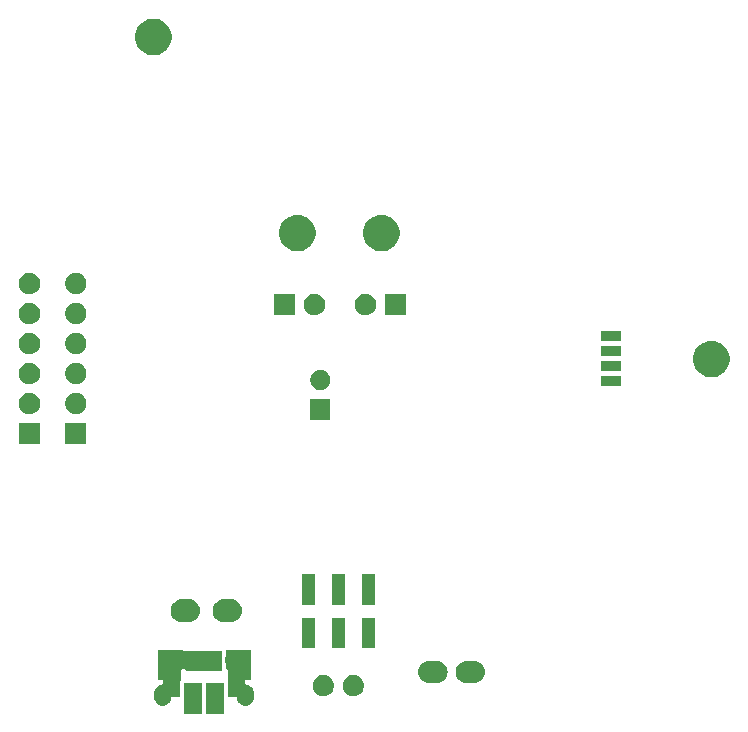
<source format=gts>
G04 #@! TF.GenerationSoftware,KiCad,Pcbnew,(5.1.6)-1*
G04 #@! TF.CreationDate,2021-11-15T16:50:44+01:00*
G04 #@! TF.ProjectId,Power_module_v1,506f7765-725f-46d6-9f64-756c655f7631,rev?*
G04 #@! TF.SameCoordinates,Original*
G04 #@! TF.FileFunction,Soldermask,Top*
G04 #@! TF.FilePolarity,Negative*
%FSLAX46Y46*%
G04 Gerber Fmt 4.6, Leading zero omitted, Abs format (unit mm)*
G04 Created by KiCad (PCBNEW (5.1.6)-1) date 2021-11-15 16:50:44*
%MOMM*%
%LPD*%
G01*
G04 APERTURE LIST*
%ADD10C,0.150000*%
G04 APERTURE END LIST*
D10*
G36*
X112780000Y-108047740D02*
G01*
X111248000Y-108047740D01*
X111248000Y-105445740D01*
X112780000Y-105445740D01*
X112780000Y-108047740D01*
G37*
G36*
X110860000Y-108047740D02*
G01*
X109328000Y-108047740D01*
X109328000Y-105445740D01*
X110860000Y-105445740D01*
X110860000Y-108047740D01*
G37*
G36*
X108751817Y-102684436D02*
G01*
X108771334Y-102690357D01*
X108795367Y-102695138D01*
X108807620Y-102695740D01*
X109305759Y-102695740D01*
X109310553Y-102699674D01*
X109332164Y-102711225D01*
X109355613Y-102718338D01*
X109379999Y-102720740D01*
X112605000Y-102720740D01*
X112605000Y-104472740D01*
X109503000Y-104472740D01*
X109503000Y-104422739D01*
X109500598Y-104398353D01*
X109493485Y-104374904D01*
X109481934Y-104353293D01*
X109466389Y-104334351D01*
X109447447Y-104318806D01*
X109425836Y-104307255D01*
X109402387Y-104300142D01*
X109378001Y-104297740D01*
X109192499Y-104297740D01*
X109168113Y-104300142D01*
X109144664Y-104307255D01*
X109123053Y-104318806D01*
X109104111Y-104334351D01*
X109088566Y-104353293D01*
X109077015Y-104374904D01*
X109069902Y-104398353D01*
X109067500Y-104422739D01*
X109067500Y-105259965D01*
X109059515Y-105274904D01*
X109052402Y-105298353D01*
X109050000Y-105322739D01*
X109050000Y-106597740D01*
X108402123Y-106597740D01*
X108377737Y-106600142D01*
X108354288Y-106607255D01*
X108332677Y-106618806D01*
X108313735Y-106634351D01*
X108298190Y-106653293D01*
X108286639Y-106674904D01*
X108277726Y-106710487D01*
X108269495Y-106794060D01*
X108238783Y-106895304D01*
X108227980Y-106930916D01*
X108160568Y-107057034D01*
X108069843Y-107167583D01*
X107959294Y-107258308D01*
X107833175Y-107325720D01*
X107833172Y-107325721D01*
X107696321Y-107367235D01*
X107554000Y-107381252D01*
X107411680Y-107367235D01*
X107274829Y-107325721D01*
X107274826Y-107325720D01*
X107148707Y-107258308D01*
X107038158Y-107167583D01*
X106947432Y-107057034D01*
X106880020Y-106930915D01*
X106880019Y-106930912D01*
X106838505Y-106794061D01*
X106828000Y-106687399D01*
X106828000Y-106266082D01*
X106838505Y-106159420D01*
X106880019Y-106022569D01*
X106880020Y-106022566D01*
X106947432Y-105896447D01*
X107038158Y-105785897D01*
X107148706Y-105695172D01*
X107274825Y-105627760D01*
X107274828Y-105627759D01*
X107411679Y-105586245D01*
X107485255Y-105578999D01*
X107509286Y-105574219D01*
X107531925Y-105564841D01*
X107552299Y-105551228D01*
X107569626Y-105533901D01*
X107583240Y-105513526D01*
X107592618Y-105490887D01*
X107597398Y-105466854D01*
X107598000Y-105454602D01*
X107598000Y-105322739D01*
X107595598Y-105298353D01*
X107588485Y-105274904D01*
X107576934Y-105253293D01*
X107561389Y-105234351D01*
X107542447Y-105218806D01*
X107520836Y-105207255D01*
X107497387Y-105200142D01*
X107473001Y-105197740D01*
X107140500Y-105197740D01*
X107140500Y-104324161D01*
X107143485Y-104318576D01*
X107150598Y-104295127D01*
X107153000Y-104270741D01*
X107153000Y-102695740D01*
X108460379Y-102695740D01*
X108484765Y-102693338D01*
X108496665Y-102690357D01*
X108516182Y-102684436D01*
X108634000Y-102672833D01*
X108751817Y-102684436D01*
G37*
G36*
X113497407Y-102675138D02*
G01*
X113509659Y-102675740D01*
X115005000Y-102675740D01*
X115005000Y-104270741D01*
X115007402Y-104295127D01*
X115014515Y-104318576D01*
X115017500Y-104324161D01*
X115017500Y-105197740D01*
X114654999Y-105197740D01*
X114630613Y-105200142D01*
X114607164Y-105207255D01*
X114585553Y-105218806D01*
X114566611Y-105234351D01*
X114551066Y-105253293D01*
X114539515Y-105274904D01*
X114532402Y-105298353D01*
X114530000Y-105322739D01*
X114530000Y-105456572D01*
X114532402Y-105480958D01*
X114539515Y-105504407D01*
X114551066Y-105526018D01*
X114566611Y-105544960D01*
X114585553Y-105560505D01*
X114607164Y-105572056D01*
X114630613Y-105579169D01*
X114642740Y-105580968D01*
X114696320Y-105586245D01*
X114833171Y-105627759D01*
X114833174Y-105627760D01*
X114959293Y-105695172D01*
X115069843Y-105785898D01*
X115160568Y-105896446D01*
X115227980Y-106022565D01*
X115227980Y-106022566D01*
X115227981Y-106022568D01*
X115269495Y-106159419D01*
X115280000Y-106266081D01*
X115280000Y-106687398D01*
X115269495Y-106794060D01*
X115238783Y-106895304D01*
X115227980Y-106930916D01*
X115160568Y-107057034D01*
X115069843Y-107167583D01*
X114959294Y-107258308D01*
X114833175Y-107325720D01*
X114833172Y-107325721D01*
X114696321Y-107367235D01*
X114554000Y-107381252D01*
X114411680Y-107367235D01*
X114274829Y-107325721D01*
X114274826Y-107325720D01*
X114148707Y-107258308D01*
X114038158Y-107167583D01*
X113947432Y-107057034D01*
X113880020Y-106930915D01*
X113880019Y-106930912D01*
X113838505Y-106794061D01*
X113830274Y-106710486D01*
X113825494Y-106686454D01*
X113816116Y-106663815D01*
X113802503Y-106643441D01*
X113785176Y-106626113D01*
X113764801Y-106612500D01*
X113742162Y-106603122D01*
X113718129Y-106598342D01*
X113705877Y-106597740D01*
X113078000Y-106597740D01*
X113078000Y-104402739D01*
X113075598Y-104378353D01*
X113068485Y-104354904D01*
X113056934Y-104333293D01*
X113041389Y-104314351D01*
X113022447Y-104298806D01*
X113000836Y-104287255D01*
X112977387Y-104280142D01*
X112953001Y-104277740D01*
X112903000Y-104277740D01*
X112903000Y-103883326D01*
X112900598Y-103858940D01*
X112897617Y-103847040D01*
X112881696Y-103794558D01*
X112873000Y-103706259D01*
X112873000Y-103247222D01*
X112881696Y-103158923D01*
X112897617Y-103106441D01*
X112902398Y-103082408D01*
X112903000Y-103070155D01*
X112903000Y-102675740D01*
X113438341Y-102675740D01*
X113450593Y-102675138D01*
X113474000Y-102672833D01*
X113497407Y-102675138D01*
G37*
G36*
X121417895Y-104807240D02*
G01*
X121580045Y-104874405D01*
X121580047Y-104874406D01*
X121725979Y-104971915D01*
X121850085Y-105096021D01*
X121932128Y-105218806D01*
X121947595Y-105241955D01*
X122014760Y-105404105D01*
X122049000Y-105576243D01*
X122049000Y-105751757D01*
X122014760Y-105923895D01*
X121947595Y-106086045D01*
X121947594Y-106086047D01*
X121850085Y-106231979D01*
X121725979Y-106356085D01*
X121580047Y-106453594D01*
X121580046Y-106453595D01*
X121580045Y-106453595D01*
X121417895Y-106520760D01*
X121245757Y-106555000D01*
X121070243Y-106555000D01*
X120898105Y-106520760D01*
X120735955Y-106453595D01*
X120735954Y-106453595D01*
X120735953Y-106453594D01*
X120590021Y-106356085D01*
X120465915Y-106231979D01*
X120368406Y-106086047D01*
X120368405Y-106086045D01*
X120301240Y-105923895D01*
X120267000Y-105751757D01*
X120267000Y-105576243D01*
X120301240Y-105404105D01*
X120368405Y-105241955D01*
X120383873Y-105218806D01*
X120465915Y-105096021D01*
X120590021Y-104971915D01*
X120735953Y-104874406D01*
X120735955Y-104874405D01*
X120898105Y-104807240D01*
X121070243Y-104773000D01*
X121245757Y-104773000D01*
X121417895Y-104807240D01*
G37*
G36*
X123957895Y-104807240D02*
G01*
X124120045Y-104874405D01*
X124120047Y-104874406D01*
X124265979Y-104971915D01*
X124390085Y-105096021D01*
X124472128Y-105218806D01*
X124487595Y-105241955D01*
X124554760Y-105404105D01*
X124589000Y-105576243D01*
X124589000Y-105751757D01*
X124554760Y-105923895D01*
X124487595Y-106086045D01*
X124487594Y-106086047D01*
X124390085Y-106231979D01*
X124265979Y-106356085D01*
X124120047Y-106453594D01*
X124120046Y-106453595D01*
X124120045Y-106453595D01*
X123957895Y-106520760D01*
X123785757Y-106555000D01*
X123610243Y-106555000D01*
X123438105Y-106520760D01*
X123275955Y-106453595D01*
X123275954Y-106453595D01*
X123275953Y-106453594D01*
X123130021Y-106356085D01*
X123005915Y-106231979D01*
X122908406Y-106086047D01*
X122908405Y-106086045D01*
X122841240Y-105923895D01*
X122807000Y-105751757D01*
X122807000Y-105576243D01*
X122841240Y-105404105D01*
X122908405Y-105241955D01*
X122923873Y-105218806D01*
X123005915Y-105096021D01*
X123130021Y-104971915D01*
X123275953Y-104874406D01*
X123275955Y-104874405D01*
X123438105Y-104807240D01*
X123610243Y-104773000D01*
X123785757Y-104773000D01*
X123957895Y-104807240D01*
G37*
G36*
X130915425Y-103583760D02*
G01*
X130915428Y-103583761D01*
X130915429Y-103583761D01*
X131094693Y-103638140D01*
X131094696Y-103638142D01*
X131094697Y-103638142D01*
X131259903Y-103726446D01*
X131404712Y-103845288D01*
X131523554Y-103990097D01*
X131611858Y-104155303D01*
X131611860Y-104155307D01*
X131663081Y-104324161D01*
X131666240Y-104334575D01*
X131684601Y-104521000D01*
X131666240Y-104707425D01*
X131666239Y-104707428D01*
X131666239Y-104707429D01*
X131611860Y-104886693D01*
X131611858Y-104886696D01*
X131611858Y-104886697D01*
X131523554Y-105051903D01*
X131404712Y-105196712D01*
X131259903Y-105315554D01*
X131094697Y-105403858D01*
X131094693Y-105403860D01*
X130915429Y-105458239D01*
X130915428Y-105458239D01*
X130915425Y-105458240D01*
X130775718Y-105472000D01*
X130082282Y-105472000D01*
X129942575Y-105458240D01*
X129942572Y-105458239D01*
X129942571Y-105458239D01*
X129763307Y-105403860D01*
X129763303Y-105403858D01*
X129598097Y-105315554D01*
X129453288Y-105196712D01*
X129334446Y-105051903D01*
X129246142Y-104886697D01*
X129246142Y-104886696D01*
X129246140Y-104886693D01*
X129191761Y-104707429D01*
X129191761Y-104707428D01*
X129191760Y-104707425D01*
X129173399Y-104521000D01*
X129191760Y-104334575D01*
X129194919Y-104324161D01*
X129246140Y-104155307D01*
X129246142Y-104155303D01*
X129334446Y-103990097D01*
X129453288Y-103845288D01*
X129598097Y-103726446D01*
X129763303Y-103638142D01*
X129763304Y-103638142D01*
X129763307Y-103638140D01*
X129942571Y-103583761D01*
X129942572Y-103583761D01*
X129942575Y-103583760D01*
X130082282Y-103570000D01*
X130775718Y-103570000D01*
X130915425Y-103583760D01*
G37*
G36*
X134090425Y-103583760D02*
G01*
X134090428Y-103583761D01*
X134090429Y-103583761D01*
X134269693Y-103638140D01*
X134269696Y-103638142D01*
X134269697Y-103638142D01*
X134434903Y-103726446D01*
X134579712Y-103845288D01*
X134698554Y-103990097D01*
X134786858Y-104155303D01*
X134786860Y-104155307D01*
X134838081Y-104324161D01*
X134841240Y-104334575D01*
X134859601Y-104521000D01*
X134841240Y-104707425D01*
X134841239Y-104707428D01*
X134841239Y-104707429D01*
X134786860Y-104886693D01*
X134786858Y-104886696D01*
X134786858Y-104886697D01*
X134698554Y-105051903D01*
X134579712Y-105196712D01*
X134434903Y-105315554D01*
X134269697Y-105403858D01*
X134269693Y-105403860D01*
X134090429Y-105458239D01*
X134090428Y-105458239D01*
X134090425Y-105458240D01*
X133950718Y-105472000D01*
X133257282Y-105472000D01*
X133117575Y-105458240D01*
X133117572Y-105458239D01*
X133117571Y-105458239D01*
X132938307Y-105403860D01*
X132938303Y-105403858D01*
X132773097Y-105315554D01*
X132628288Y-105196712D01*
X132509446Y-105051903D01*
X132421142Y-104886697D01*
X132421142Y-104886696D01*
X132421140Y-104886693D01*
X132366761Y-104707429D01*
X132366761Y-104707428D01*
X132366760Y-104707425D01*
X132348399Y-104521000D01*
X132366760Y-104334575D01*
X132369919Y-104324161D01*
X132421140Y-104155307D01*
X132421142Y-104155303D01*
X132509446Y-103990097D01*
X132628288Y-103845288D01*
X132773097Y-103726446D01*
X132938303Y-103638142D01*
X132938304Y-103638142D01*
X132938307Y-103638140D01*
X133117571Y-103583761D01*
X133117572Y-103583761D01*
X133117575Y-103583760D01*
X133257282Y-103570000D01*
X133950718Y-103570000D01*
X134090425Y-103583760D01*
G37*
G36*
X120439000Y-102515000D02*
G01*
X119337000Y-102515000D01*
X119337000Y-99913000D01*
X120439000Y-99913000D01*
X120439000Y-102515000D01*
G37*
G36*
X125519000Y-102515000D02*
G01*
X124417000Y-102515000D01*
X124417000Y-99913000D01*
X125519000Y-99913000D01*
X125519000Y-102515000D01*
G37*
G36*
X122979000Y-102515000D02*
G01*
X121877000Y-102515000D01*
X121877000Y-99913000D01*
X122979000Y-99913000D01*
X122979000Y-102515000D01*
G37*
G36*
X113516425Y-98376760D02*
G01*
X113516428Y-98376761D01*
X113516429Y-98376761D01*
X113695693Y-98431140D01*
X113695696Y-98431142D01*
X113695697Y-98431142D01*
X113860903Y-98519446D01*
X114005712Y-98638288D01*
X114124554Y-98783097D01*
X114141606Y-98815000D01*
X114212860Y-98948307D01*
X114267239Y-99127571D01*
X114267240Y-99127575D01*
X114285601Y-99314000D01*
X114267240Y-99500425D01*
X114267239Y-99500428D01*
X114267239Y-99500429D01*
X114212860Y-99679693D01*
X114212858Y-99679696D01*
X114212858Y-99679697D01*
X114124554Y-99844903D01*
X114005712Y-99989712D01*
X113860903Y-100108554D01*
X113695697Y-100196858D01*
X113695693Y-100196860D01*
X113516429Y-100251239D01*
X113516428Y-100251239D01*
X113516425Y-100251240D01*
X113376718Y-100265000D01*
X112683282Y-100265000D01*
X112543575Y-100251240D01*
X112543572Y-100251239D01*
X112543571Y-100251239D01*
X112364307Y-100196860D01*
X112364303Y-100196858D01*
X112199097Y-100108554D01*
X112054288Y-99989712D01*
X111935446Y-99844903D01*
X111847142Y-99679697D01*
X111847142Y-99679696D01*
X111847140Y-99679693D01*
X111792761Y-99500429D01*
X111792761Y-99500428D01*
X111792760Y-99500425D01*
X111774399Y-99314000D01*
X111792760Y-99127575D01*
X111792761Y-99127571D01*
X111847140Y-98948307D01*
X111918394Y-98815000D01*
X111935446Y-98783097D01*
X112054288Y-98638288D01*
X112199097Y-98519446D01*
X112364303Y-98431142D01*
X112364304Y-98431142D01*
X112364307Y-98431140D01*
X112543571Y-98376761D01*
X112543572Y-98376761D01*
X112543575Y-98376760D01*
X112683282Y-98363000D01*
X113376718Y-98363000D01*
X113516425Y-98376760D01*
G37*
G36*
X109960425Y-98376760D02*
G01*
X109960428Y-98376761D01*
X109960429Y-98376761D01*
X110139693Y-98431140D01*
X110139696Y-98431142D01*
X110139697Y-98431142D01*
X110304903Y-98519446D01*
X110449712Y-98638288D01*
X110568554Y-98783097D01*
X110585606Y-98815000D01*
X110656860Y-98948307D01*
X110711239Y-99127571D01*
X110711240Y-99127575D01*
X110729601Y-99314000D01*
X110711240Y-99500425D01*
X110711239Y-99500428D01*
X110711239Y-99500429D01*
X110656860Y-99679693D01*
X110656858Y-99679696D01*
X110656858Y-99679697D01*
X110568554Y-99844903D01*
X110449712Y-99989712D01*
X110304903Y-100108554D01*
X110139697Y-100196858D01*
X110139693Y-100196860D01*
X109960429Y-100251239D01*
X109960428Y-100251239D01*
X109960425Y-100251240D01*
X109820718Y-100265000D01*
X109127282Y-100265000D01*
X108987575Y-100251240D01*
X108987572Y-100251239D01*
X108987571Y-100251239D01*
X108808307Y-100196860D01*
X108808303Y-100196858D01*
X108643097Y-100108554D01*
X108498288Y-99989712D01*
X108379446Y-99844903D01*
X108291142Y-99679697D01*
X108291142Y-99679696D01*
X108291140Y-99679693D01*
X108236761Y-99500429D01*
X108236761Y-99500428D01*
X108236760Y-99500425D01*
X108218399Y-99314000D01*
X108236760Y-99127575D01*
X108236761Y-99127571D01*
X108291140Y-98948307D01*
X108362394Y-98815000D01*
X108379446Y-98783097D01*
X108498288Y-98638288D01*
X108643097Y-98519446D01*
X108808303Y-98431142D01*
X108808304Y-98431142D01*
X108808307Y-98431140D01*
X108987571Y-98376761D01*
X108987572Y-98376761D01*
X108987575Y-98376760D01*
X109127282Y-98363000D01*
X109820718Y-98363000D01*
X109960425Y-98376760D01*
G37*
G36*
X125519000Y-98815000D02*
G01*
X124417000Y-98815000D01*
X124417000Y-96213000D01*
X125519000Y-96213000D01*
X125519000Y-98815000D01*
G37*
G36*
X122979000Y-98815000D02*
G01*
X121877000Y-98815000D01*
X121877000Y-96213000D01*
X122979000Y-96213000D01*
X122979000Y-98815000D01*
G37*
G36*
X120439000Y-98815000D02*
G01*
X119337000Y-98815000D01*
X119337000Y-96213000D01*
X120439000Y-96213000D01*
X120439000Y-98815000D01*
G37*
G36*
X97167000Y-85229000D02*
G01*
X95365000Y-85229000D01*
X95365000Y-83427000D01*
X97167000Y-83427000D01*
X97167000Y-85229000D01*
G37*
G36*
X101104000Y-85229000D02*
G01*
X99302000Y-85229000D01*
X99302000Y-83427000D01*
X101104000Y-83427000D01*
X101104000Y-85229000D01*
G37*
G36*
X121755000Y-83147000D02*
G01*
X120053000Y-83147000D01*
X120053000Y-81445000D01*
X121755000Y-81445000D01*
X121755000Y-83147000D01*
G37*
G36*
X100316512Y-80891927D02*
G01*
X100465812Y-80921624D01*
X100629784Y-80989544D01*
X100777354Y-81088147D01*
X100902853Y-81213646D01*
X101001456Y-81361216D01*
X101069376Y-81525188D01*
X101104000Y-81699259D01*
X101104000Y-81876741D01*
X101069376Y-82050812D01*
X101001456Y-82214784D01*
X100902853Y-82362354D01*
X100777354Y-82487853D01*
X100629784Y-82586456D01*
X100465812Y-82654376D01*
X100316512Y-82684073D01*
X100291742Y-82689000D01*
X100114258Y-82689000D01*
X100089488Y-82684073D01*
X99940188Y-82654376D01*
X99776216Y-82586456D01*
X99628646Y-82487853D01*
X99503147Y-82362354D01*
X99404544Y-82214784D01*
X99336624Y-82050812D01*
X99302000Y-81876741D01*
X99302000Y-81699259D01*
X99336624Y-81525188D01*
X99404544Y-81361216D01*
X99503147Y-81213646D01*
X99628646Y-81088147D01*
X99776216Y-80989544D01*
X99940188Y-80921624D01*
X100089488Y-80891927D01*
X100114258Y-80887000D01*
X100291742Y-80887000D01*
X100316512Y-80891927D01*
G37*
G36*
X96379512Y-80891927D02*
G01*
X96528812Y-80921624D01*
X96692784Y-80989544D01*
X96840354Y-81088147D01*
X96965853Y-81213646D01*
X97064456Y-81361216D01*
X97132376Y-81525188D01*
X97167000Y-81699259D01*
X97167000Y-81876741D01*
X97132376Y-82050812D01*
X97064456Y-82214784D01*
X96965853Y-82362354D01*
X96840354Y-82487853D01*
X96692784Y-82586456D01*
X96528812Y-82654376D01*
X96379512Y-82684073D01*
X96354742Y-82689000D01*
X96177258Y-82689000D01*
X96152488Y-82684073D01*
X96003188Y-82654376D01*
X95839216Y-82586456D01*
X95691646Y-82487853D01*
X95566147Y-82362354D01*
X95467544Y-82214784D01*
X95399624Y-82050812D01*
X95365000Y-81876741D01*
X95365000Y-81699259D01*
X95399624Y-81525188D01*
X95467544Y-81361216D01*
X95566147Y-81213646D01*
X95691646Y-81088147D01*
X95839216Y-80989544D01*
X96003188Y-80921624D01*
X96152488Y-80891927D01*
X96177258Y-80887000D01*
X96354742Y-80887000D01*
X96379512Y-80891927D01*
G37*
G36*
X121152228Y-78977703D02*
G01*
X121307100Y-79041853D01*
X121446481Y-79134985D01*
X121565015Y-79253519D01*
X121658147Y-79392900D01*
X121722297Y-79547772D01*
X121755000Y-79712184D01*
X121755000Y-79879816D01*
X121722297Y-80044228D01*
X121658147Y-80199100D01*
X121565015Y-80338481D01*
X121446481Y-80457015D01*
X121307100Y-80550147D01*
X121152228Y-80614297D01*
X120987816Y-80647000D01*
X120820184Y-80647000D01*
X120655772Y-80614297D01*
X120500900Y-80550147D01*
X120361519Y-80457015D01*
X120242985Y-80338481D01*
X120149853Y-80199100D01*
X120085703Y-80044228D01*
X120053000Y-79879816D01*
X120053000Y-79712184D01*
X120085703Y-79547772D01*
X120149853Y-79392900D01*
X120242985Y-79253519D01*
X120361519Y-79134985D01*
X120500900Y-79041853D01*
X120655772Y-78977703D01*
X120820184Y-78945000D01*
X120987816Y-78945000D01*
X121152228Y-78977703D01*
G37*
G36*
X146367000Y-80284000D02*
G01*
X144665000Y-80284000D01*
X144665000Y-79482000D01*
X146367000Y-79482000D01*
X146367000Y-80284000D01*
G37*
G36*
X96379512Y-78351927D02*
G01*
X96528812Y-78381624D01*
X96692784Y-78449544D01*
X96840354Y-78548147D01*
X96965853Y-78673646D01*
X97064456Y-78821216D01*
X97132376Y-78985188D01*
X97167000Y-79159259D01*
X97167000Y-79336741D01*
X97132376Y-79510812D01*
X97064456Y-79674784D01*
X96965853Y-79822354D01*
X96840354Y-79947853D01*
X96692784Y-80046456D01*
X96528812Y-80114376D01*
X96379512Y-80144073D01*
X96354742Y-80149000D01*
X96177258Y-80149000D01*
X96152488Y-80144073D01*
X96003188Y-80114376D01*
X95839216Y-80046456D01*
X95691646Y-79947853D01*
X95566147Y-79822354D01*
X95467544Y-79674784D01*
X95399624Y-79510812D01*
X95365000Y-79336741D01*
X95365000Y-79159259D01*
X95399624Y-78985188D01*
X95467544Y-78821216D01*
X95566147Y-78673646D01*
X95691646Y-78548147D01*
X95839216Y-78449544D01*
X96003188Y-78381624D01*
X96152488Y-78351927D01*
X96177258Y-78347000D01*
X96354742Y-78347000D01*
X96379512Y-78351927D01*
G37*
G36*
X100316512Y-78351927D02*
G01*
X100465812Y-78381624D01*
X100629784Y-78449544D01*
X100777354Y-78548147D01*
X100902853Y-78673646D01*
X101001456Y-78821216D01*
X101069376Y-78985188D01*
X101104000Y-79159259D01*
X101104000Y-79336741D01*
X101069376Y-79510812D01*
X101001456Y-79674784D01*
X100902853Y-79822354D01*
X100777354Y-79947853D01*
X100629784Y-80046456D01*
X100465812Y-80114376D01*
X100316512Y-80144073D01*
X100291742Y-80149000D01*
X100114258Y-80149000D01*
X100089488Y-80144073D01*
X99940188Y-80114376D01*
X99776216Y-80046456D01*
X99628646Y-79947853D01*
X99503147Y-79822354D01*
X99404544Y-79674784D01*
X99336624Y-79510812D01*
X99302000Y-79336741D01*
X99302000Y-79159259D01*
X99336624Y-78985188D01*
X99404544Y-78821216D01*
X99503147Y-78673646D01*
X99628646Y-78548147D01*
X99776216Y-78449544D01*
X99940188Y-78381624D01*
X100089488Y-78351927D01*
X100114258Y-78347000D01*
X100291742Y-78347000D01*
X100316512Y-78351927D01*
G37*
G36*
X154302785Y-76507602D02*
G01*
X154452610Y-76537404D01*
X154734874Y-76654321D01*
X154988905Y-76824059D01*
X155204941Y-77040095D01*
X155374679Y-77294126D01*
X155491596Y-77576390D01*
X155551200Y-77876040D01*
X155551200Y-78181560D01*
X155491596Y-78481210D01*
X155374679Y-78763474D01*
X155204941Y-79017505D01*
X154988905Y-79233541D01*
X154734874Y-79403279D01*
X154452610Y-79520196D01*
X154313981Y-79547771D01*
X154152961Y-79579800D01*
X153847439Y-79579800D01*
X153686419Y-79547771D01*
X153547790Y-79520196D01*
X153265526Y-79403279D01*
X153011495Y-79233541D01*
X152795459Y-79017505D01*
X152625721Y-78763474D01*
X152508804Y-78481210D01*
X152449200Y-78181560D01*
X152449200Y-77876040D01*
X152508804Y-77576390D01*
X152625721Y-77294126D01*
X152795459Y-77040095D01*
X153011495Y-76824059D01*
X153265526Y-76654321D01*
X153547790Y-76537404D01*
X153697615Y-76507602D01*
X153847439Y-76477800D01*
X154152961Y-76477800D01*
X154302785Y-76507602D01*
G37*
G36*
X146367000Y-79014000D02*
G01*
X144665000Y-79014000D01*
X144665000Y-78212000D01*
X146367000Y-78212000D01*
X146367000Y-79014000D01*
G37*
G36*
X146367000Y-77744000D02*
G01*
X144665000Y-77744000D01*
X144665000Y-76942000D01*
X146367000Y-76942000D01*
X146367000Y-77744000D01*
G37*
G36*
X96379512Y-75811927D02*
G01*
X96528812Y-75841624D01*
X96692784Y-75909544D01*
X96840354Y-76008147D01*
X96965853Y-76133646D01*
X97064456Y-76281216D01*
X97132376Y-76445188D01*
X97167000Y-76619259D01*
X97167000Y-76796741D01*
X97132376Y-76970812D01*
X97064456Y-77134784D01*
X96965853Y-77282354D01*
X96840354Y-77407853D01*
X96692784Y-77506456D01*
X96528812Y-77574376D01*
X96379512Y-77604073D01*
X96354742Y-77609000D01*
X96177258Y-77609000D01*
X96152488Y-77604073D01*
X96003188Y-77574376D01*
X95839216Y-77506456D01*
X95691646Y-77407853D01*
X95566147Y-77282354D01*
X95467544Y-77134784D01*
X95399624Y-76970812D01*
X95365000Y-76796741D01*
X95365000Y-76619259D01*
X95399624Y-76445188D01*
X95467544Y-76281216D01*
X95566147Y-76133646D01*
X95691646Y-76008147D01*
X95839216Y-75909544D01*
X96003188Y-75841624D01*
X96152488Y-75811927D01*
X96177258Y-75807000D01*
X96354742Y-75807000D01*
X96379512Y-75811927D01*
G37*
G36*
X100316512Y-75811927D02*
G01*
X100465812Y-75841624D01*
X100629784Y-75909544D01*
X100777354Y-76008147D01*
X100902853Y-76133646D01*
X101001456Y-76281216D01*
X101069376Y-76445188D01*
X101104000Y-76619259D01*
X101104000Y-76796741D01*
X101069376Y-76970812D01*
X101001456Y-77134784D01*
X100902853Y-77282354D01*
X100777354Y-77407853D01*
X100629784Y-77506456D01*
X100465812Y-77574376D01*
X100316512Y-77604073D01*
X100291742Y-77609000D01*
X100114258Y-77609000D01*
X100089488Y-77604073D01*
X99940188Y-77574376D01*
X99776216Y-77506456D01*
X99628646Y-77407853D01*
X99503147Y-77282354D01*
X99404544Y-77134784D01*
X99336624Y-76970812D01*
X99302000Y-76796741D01*
X99302000Y-76619259D01*
X99336624Y-76445188D01*
X99404544Y-76281216D01*
X99503147Y-76133646D01*
X99628646Y-76008147D01*
X99776216Y-75909544D01*
X99940188Y-75841624D01*
X100089488Y-75811927D01*
X100114258Y-75807000D01*
X100291742Y-75807000D01*
X100316512Y-75811927D01*
G37*
G36*
X146367000Y-76474000D02*
G01*
X144665000Y-76474000D01*
X144665000Y-75672000D01*
X146367000Y-75672000D01*
X146367000Y-76474000D01*
G37*
G36*
X100316512Y-73271927D02*
G01*
X100465812Y-73301624D01*
X100629784Y-73369544D01*
X100777354Y-73468147D01*
X100902853Y-73593646D01*
X101001456Y-73741216D01*
X101069376Y-73905188D01*
X101104000Y-74079259D01*
X101104000Y-74256741D01*
X101069376Y-74430812D01*
X101001456Y-74594784D01*
X100902853Y-74742354D01*
X100777354Y-74867853D01*
X100629784Y-74966456D01*
X100465812Y-75034376D01*
X100316512Y-75064073D01*
X100291742Y-75069000D01*
X100114258Y-75069000D01*
X100089488Y-75064073D01*
X99940188Y-75034376D01*
X99776216Y-74966456D01*
X99628646Y-74867853D01*
X99503147Y-74742354D01*
X99404544Y-74594784D01*
X99336624Y-74430812D01*
X99302000Y-74256741D01*
X99302000Y-74079259D01*
X99336624Y-73905188D01*
X99404544Y-73741216D01*
X99503147Y-73593646D01*
X99628646Y-73468147D01*
X99776216Y-73369544D01*
X99940188Y-73301624D01*
X100089488Y-73271927D01*
X100114258Y-73267000D01*
X100291742Y-73267000D01*
X100316512Y-73271927D01*
G37*
G36*
X96379512Y-73271927D02*
G01*
X96528812Y-73301624D01*
X96692784Y-73369544D01*
X96840354Y-73468147D01*
X96965853Y-73593646D01*
X97064456Y-73741216D01*
X97132376Y-73905188D01*
X97167000Y-74079259D01*
X97167000Y-74256741D01*
X97132376Y-74430812D01*
X97064456Y-74594784D01*
X96965853Y-74742354D01*
X96840354Y-74867853D01*
X96692784Y-74966456D01*
X96528812Y-75034376D01*
X96379512Y-75064073D01*
X96354742Y-75069000D01*
X96177258Y-75069000D01*
X96152488Y-75064073D01*
X96003188Y-75034376D01*
X95839216Y-74966456D01*
X95691646Y-74867853D01*
X95566147Y-74742354D01*
X95467544Y-74594784D01*
X95399624Y-74430812D01*
X95365000Y-74256741D01*
X95365000Y-74079259D01*
X95399624Y-73905188D01*
X95467544Y-73741216D01*
X95566147Y-73593646D01*
X95691646Y-73468147D01*
X95839216Y-73369544D01*
X96003188Y-73301624D01*
X96152488Y-73271927D01*
X96177258Y-73267000D01*
X96354742Y-73267000D01*
X96379512Y-73271927D01*
G37*
G36*
X128155000Y-74307000D02*
G01*
X126353000Y-74307000D01*
X126353000Y-72505000D01*
X128155000Y-72505000D01*
X128155000Y-74307000D01*
G37*
G36*
X124827512Y-72509927D02*
G01*
X124976812Y-72539624D01*
X125140784Y-72607544D01*
X125288354Y-72706147D01*
X125413853Y-72831646D01*
X125512456Y-72979216D01*
X125580376Y-73143188D01*
X125615000Y-73317259D01*
X125615000Y-73494741D01*
X125580376Y-73668812D01*
X125512456Y-73832784D01*
X125413853Y-73980354D01*
X125288354Y-74105853D01*
X125140784Y-74204456D01*
X124976812Y-74272376D01*
X124827512Y-74302073D01*
X124802742Y-74307000D01*
X124625258Y-74307000D01*
X124600488Y-74302073D01*
X124451188Y-74272376D01*
X124287216Y-74204456D01*
X124139646Y-74105853D01*
X124014147Y-73980354D01*
X123915544Y-73832784D01*
X123847624Y-73668812D01*
X123813000Y-73494741D01*
X123813000Y-73317259D01*
X123847624Y-73143188D01*
X123915544Y-72979216D01*
X124014147Y-72831646D01*
X124139646Y-72706147D01*
X124287216Y-72607544D01*
X124451188Y-72539624D01*
X124600488Y-72509927D01*
X124625258Y-72505000D01*
X124802742Y-72505000D01*
X124827512Y-72509927D01*
G37*
G36*
X120509512Y-72509927D02*
G01*
X120658812Y-72539624D01*
X120822784Y-72607544D01*
X120970354Y-72706147D01*
X121095853Y-72831646D01*
X121194456Y-72979216D01*
X121262376Y-73143188D01*
X121297000Y-73317259D01*
X121297000Y-73494741D01*
X121262376Y-73668812D01*
X121194456Y-73832784D01*
X121095853Y-73980354D01*
X120970354Y-74105853D01*
X120822784Y-74204456D01*
X120658812Y-74272376D01*
X120509512Y-74302073D01*
X120484742Y-74307000D01*
X120307258Y-74307000D01*
X120282488Y-74302073D01*
X120133188Y-74272376D01*
X119969216Y-74204456D01*
X119821646Y-74105853D01*
X119696147Y-73980354D01*
X119597544Y-73832784D01*
X119529624Y-73668812D01*
X119495000Y-73494741D01*
X119495000Y-73317259D01*
X119529624Y-73143188D01*
X119597544Y-72979216D01*
X119696147Y-72831646D01*
X119821646Y-72706147D01*
X119969216Y-72607544D01*
X120133188Y-72539624D01*
X120282488Y-72509927D01*
X120307258Y-72505000D01*
X120484742Y-72505000D01*
X120509512Y-72509927D01*
G37*
G36*
X118757000Y-74307000D02*
G01*
X116955000Y-74307000D01*
X116955000Y-72505000D01*
X118757000Y-72505000D01*
X118757000Y-74307000D01*
G37*
G36*
X96379512Y-70731927D02*
G01*
X96528812Y-70761624D01*
X96692784Y-70829544D01*
X96840354Y-70928147D01*
X96965853Y-71053646D01*
X97064456Y-71201216D01*
X97132376Y-71365188D01*
X97167000Y-71539259D01*
X97167000Y-71716741D01*
X97132376Y-71890812D01*
X97064456Y-72054784D01*
X96965853Y-72202354D01*
X96840354Y-72327853D01*
X96692784Y-72426456D01*
X96528812Y-72494376D01*
X96379512Y-72524073D01*
X96354742Y-72529000D01*
X96177258Y-72529000D01*
X96152488Y-72524073D01*
X96003188Y-72494376D01*
X95839216Y-72426456D01*
X95691646Y-72327853D01*
X95566147Y-72202354D01*
X95467544Y-72054784D01*
X95399624Y-71890812D01*
X95365000Y-71716741D01*
X95365000Y-71539259D01*
X95399624Y-71365188D01*
X95467544Y-71201216D01*
X95566147Y-71053646D01*
X95691646Y-70928147D01*
X95839216Y-70829544D01*
X96003188Y-70761624D01*
X96152488Y-70731927D01*
X96177258Y-70727000D01*
X96354742Y-70727000D01*
X96379512Y-70731927D01*
G37*
G36*
X100316512Y-70731927D02*
G01*
X100465812Y-70761624D01*
X100629784Y-70829544D01*
X100777354Y-70928147D01*
X100902853Y-71053646D01*
X101001456Y-71201216D01*
X101069376Y-71365188D01*
X101104000Y-71539259D01*
X101104000Y-71716741D01*
X101069376Y-71890812D01*
X101001456Y-72054784D01*
X100902853Y-72202354D01*
X100777354Y-72327853D01*
X100629784Y-72426456D01*
X100465812Y-72494376D01*
X100316512Y-72524073D01*
X100291742Y-72529000D01*
X100114258Y-72529000D01*
X100089488Y-72524073D01*
X99940188Y-72494376D01*
X99776216Y-72426456D01*
X99628646Y-72327853D01*
X99503147Y-72202354D01*
X99404544Y-72054784D01*
X99336624Y-71890812D01*
X99302000Y-71716741D01*
X99302000Y-71539259D01*
X99336624Y-71365188D01*
X99404544Y-71201216D01*
X99503147Y-71053646D01*
X99628646Y-70928147D01*
X99776216Y-70829544D01*
X99940188Y-70761624D01*
X100089488Y-70731927D01*
X100114258Y-70727000D01*
X100291742Y-70727000D01*
X100316512Y-70731927D01*
G37*
G36*
X126362785Y-65839602D02*
G01*
X126512610Y-65869404D01*
X126794874Y-65986321D01*
X127048905Y-66156059D01*
X127264941Y-66372095D01*
X127434679Y-66626126D01*
X127551596Y-66908390D01*
X127611200Y-67208040D01*
X127611200Y-67513560D01*
X127551596Y-67813210D01*
X127434679Y-68095474D01*
X127264941Y-68349505D01*
X127048905Y-68565541D01*
X126794874Y-68735279D01*
X126512610Y-68852196D01*
X126362785Y-68881998D01*
X126212961Y-68911800D01*
X125907439Y-68911800D01*
X125757615Y-68881998D01*
X125607790Y-68852196D01*
X125325526Y-68735279D01*
X125071495Y-68565541D01*
X124855459Y-68349505D01*
X124685721Y-68095474D01*
X124568804Y-67813210D01*
X124509200Y-67513560D01*
X124509200Y-67208040D01*
X124568804Y-66908390D01*
X124685721Y-66626126D01*
X124855459Y-66372095D01*
X125071495Y-66156059D01*
X125325526Y-65986321D01*
X125607790Y-65869404D01*
X125757615Y-65839602D01*
X125907439Y-65809800D01*
X126212961Y-65809800D01*
X126362785Y-65839602D01*
G37*
G36*
X119250785Y-65839602D02*
G01*
X119400610Y-65869404D01*
X119682874Y-65986321D01*
X119936905Y-66156059D01*
X120152941Y-66372095D01*
X120322679Y-66626126D01*
X120439596Y-66908390D01*
X120499200Y-67208040D01*
X120499200Y-67513560D01*
X120439596Y-67813210D01*
X120322679Y-68095474D01*
X120152941Y-68349505D01*
X119936905Y-68565541D01*
X119682874Y-68735279D01*
X119400610Y-68852196D01*
X119250785Y-68881998D01*
X119100961Y-68911800D01*
X118795439Y-68911800D01*
X118645615Y-68881998D01*
X118495790Y-68852196D01*
X118213526Y-68735279D01*
X117959495Y-68565541D01*
X117743459Y-68349505D01*
X117573721Y-68095474D01*
X117456804Y-67813210D01*
X117397200Y-67513560D01*
X117397200Y-67208040D01*
X117456804Y-66908390D01*
X117573721Y-66626126D01*
X117743459Y-66372095D01*
X117959495Y-66156059D01*
X118213526Y-65986321D01*
X118495790Y-65869404D01*
X118645615Y-65839602D01*
X118795439Y-65809800D01*
X119100961Y-65809800D01*
X119250785Y-65839602D01*
G37*
G36*
X107058785Y-49228002D02*
G01*
X107208610Y-49257804D01*
X107490874Y-49374721D01*
X107744905Y-49544459D01*
X107960941Y-49760495D01*
X108130679Y-50014526D01*
X108247596Y-50296790D01*
X108307200Y-50596440D01*
X108307200Y-50901960D01*
X108247596Y-51201610D01*
X108130679Y-51483874D01*
X107960941Y-51737905D01*
X107744905Y-51953941D01*
X107490874Y-52123679D01*
X107208610Y-52240596D01*
X107058785Y-52270398D01*
X106908961Y-52300200D01*
X106603439Y-52300200D01*
X106453615Y-52270398D01*
X106303790Y-52240596D01*
X106021526Y-52123679D01*
X105767495Y-51953941D01*
X105551459Y-51737905D01*
X105381721Y-51483874D01*
X105264804Y-51201610D01*
X105205200Y-50901960D01*
X105205200Y-50596440D01*
X105264804Y-50296790D01*
X105381721Y-50014526D01*
X105551459Y-49760495D01*
X105767495Y-49544459D01*
X106021526Y-49374721D01*
X106303790Y-49257804D01*
X106453615Y-49228002D01*
X106603439Y-49198200D01*
X106908961Y-49198200D01*
X107058785Y-49228002D01*
G37*
M02*

</source>
